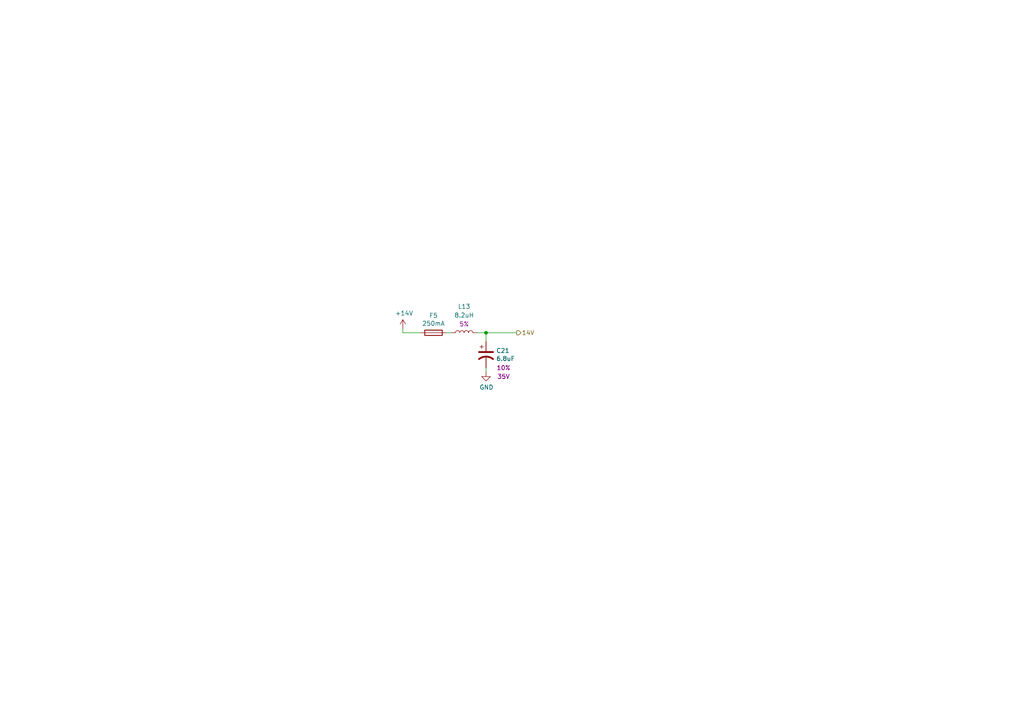
<source format=kicad_sch>
(kicad_sch (version 20211123) (generator eeschema)
  (paper "A4")
  (lib_symbols
    (symbol "Device:C_Polarized_US" (pin_numbers hide) (pin_names (offset 0.254) hide)
      (property "Reference" "C" (at 0.635 2.54 0))
      (property "Value" "C_Polarized_US" (at 0.635 -2.54 0))
      (symbol "C_Polarized_US_0_1"
        (polyline (pts (xy -2.032 0.762) (xy 2.032 0.762)) (stroke (width 0.508)))
        (polyline (pts (xy -1.778 2.286) (xy -0.762 2.286)))
        (polyline (pts (xy -1.27 1.778) (xy -1.27 2.794)))
        (arc (start 2.032 -1.27) (mid 0 -0.5572) (end -2.032 -1.27) (stroke (width 0.508)))
      )
      (symbol "C_Polarized_US_1_1"
        (pin passive line (at 0 3.81 270) (length 2.794) (name "~") (number "1"))
        (pin passive line (at 0 -3.81 90) (length 3.302) (name "~") (number "2"))
      )
    )
    (symbol "Device:Fuse" (pin_numbers hide) (pin_names (offset 0))
      (property "Reference" "F" (at 2.032 0 90))
      (property "Value" "Fuse" (at -1.905 0 90))
      (symbol "Fuse_0_1"
        (rectangle (start -0.762 -2.54) (end 0.762 2.54) (stroke (width 0.254)))
        (polyline (pts (xy 0 2.54) (xy 0 -2.54)))
      )
      (symbol "Fuse_1_1"
        (pin passive line (at 0 3.81 270) (length 1.27) (name "~") (number "1"))
        (pin passive line (at 0 -3.81 90) (length 1.27) (name "~") (number "2"))
      )
    )
    (symbol "Device:L" (pin_numbers hide) (pin_names (offset 1.016) hide)
      (property "Reference" "L" (at -1.27 0 90))
      (property "Value" "L" (at 1.905 0 90))
      (symbol "L_0_1"
        (arc (start 0 -2.54) (mid 0.635 -1.905) (end 0 -1.27))
        (arc (start 0 -1.27) (mid 0.635 -0.635) (end 0 0))
        (arc (start 0 0) (mid 0.635 0.635) (end 0 1.27))
        (arc (start 0 1.27) (mid 0.635 1.905) (end 0 2.54))
      )
      (symbol "L_1_1"
        (pin passive line (at 0 3.81 270) (length 1.27) (name "1") (number "1"))
        (pin passive line (at 0 -3.81 90) (length 1.27) (name "2") (number "2"))
      )
    )
    (symbol "lachesis:+14V" (power) (pin_names (offset 0))
      (property "Value" "+14V" (at 0 3.556 0))
      (symbol "+14V_0_1"
        (polyline (pts (xy -0.762 1.27) (xy 0 2.54)))
        (polyline (pts (xy 0 0) (xy 0 2.54)))
        (polyline (pts (xy 0 2.54) (xy 0.762 1.27)))
      )
      (symbol "+14V_1_1"
        (pin power_in line (at 0 0 90) (length 0) hide (name "+14V") (number "1"))
      )
    )
    (symbol "power:GND" (power) (pin_names (offset 0))
      (property "Value" "GND" (at 0 -3.81 0))
      (symbol "GND_0_1"
        (polyline (pts (xy 0 0) (xy 0 -1.27) (xy 1.27 -1.27) (xy 0 -2.54) (xy -1.27 -1.27) (xy 0 -1.27)))
      )
      (symbol "GND_1_1"
        (pin power_in line (at 0 0 270) (length 0) hide (name "GND") (number "1"))
      )
    )
  )
  (junction (at 140.97 96.52))
  (wire (pts (xy 130.81 96.52) (xy 129.54 96.52)))
  (wire (pts (xy 116.84 95.25) (xy 116.84 96.52)))
  (wire (pts (xy 140.97 106.68) (xy 140.97 107.95)))
  (wire (pts (xy 140.97 96.52) (xy 140.97 99.06)))
  (wire (pts (xy 121.92 96.52) (xy 116.84 96.52)))
  (wire (pts (xy 140.97 96.52) (xy 149.86 96.52)))
  (wire (pts (xy 138.43 96.52) (xy 140.97 96.52)))
  (hierarchical_label "14V" (shape output) (at 149.86 96.52 0))
  (symbol (lib_id "Device:Fuse") (at 125.73 96.52 270)
    (property "Reference" "F5" (at 125.73 91.5162 90))
    (property "Value" "250mA" (at 125.73 93.8276 90))
    (property "Footprint" "Fuse:Fuse_0603_1608Metric" (effects hide))
  )
  (symbol (lib_id "Device:L") (at 134.62 96.52 90)
    (property "Reference" "L13" (at 134.62 88.9 90))
    (property "Value" "8.2uH" (at 134.62 91.44 90))
    (property "Footprint" "Inductor_SMD:L_1812_4532Metric" (effects hide))
    (property "Tolerance" "5%" (at 134.62 93.98 90))
    (property "DCR" "1.40" (effects hide))
    (property "Rating" "375mA" (effects hide))
    (property "Part Number" "1812R-822J" (effects hide))
    (property "Digikey" "https://www.digikey.com/en/products/detail/api-delevan-inc/1812R-822J/1115322" (effects hide))
  )
  (symbol (lib_id "lachesis:+14V") (at 116.84 95.25 0)
    (property "Reference" "#PWR063" (effects hide))
    (property "Value" "+14V" (at 117.221 90.8558 0))
  )
  (symbol (lib_id "power:GND") (at 140.97 107.95 0)
    (property "Reference" "#PWR064" (effects hide))
    (property "Value" "GND" (at 141.097 112.3442 0))
  )
  (symbol (lib_id "Device:C_Polarized_US") (at 140.97 102.87 0)
    (property "Reference" "C21" (at 143.891 101.7016 0) (effects (justify left)))
    (property "Value" "6.8uF" (at 143.891 104.013 0) (effects (justify left)))
    (property "Footprint" "Capacitor_Tantalum_SMD:CP_EIA-7343-31_Kemet-D" (effects hide))
    (property "Tolerance" "10%" (at 146.05 106.68 0))
    (property "Rating" "35V" (at 146.05 109.22 0))
    (property "ESR" "0.3" (effects hide))
    (property "Part Number" "T495D685K035ATE300" (effects hide))
    (property "Digikey" "https://www.digikey.com/en/products/detail/kemet/T495D685K035ATE300/4309257" (effects hide))
  )
)
</source>
